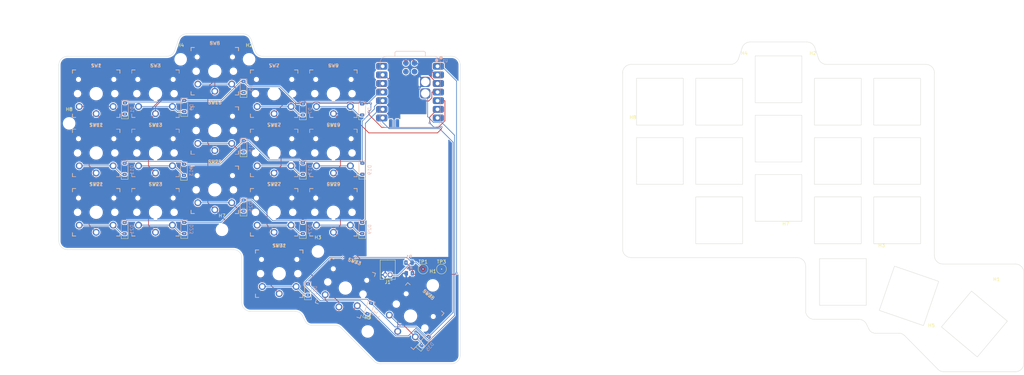
<source format=kicad_pcb>
(kicad_pcb (version 20241229) (generator "pcbnew") (generator_version "9.0")
  (title_block (title "Simply Split") (date "2026-01-12") (rev "1"))
  (layers (0 "F.Cu" signal) (2 "B.Cu" signal) (13 "F.Paste" user) (15 "B.Paste" user) (5 "F.SilkS" user "F.Silkscreen") (7 "B.SilkS" user "B.Silkscreen") (1 "F.Mask" user) (3 "B.Mask" user) (25 "Edge.Cuts" user))
  (net 0 "")
  (net 1 "GND")
  (net 2 "/Left/ROW0")
  (net 3 "Net-(D1-A)")
  (net 4 "Net-(D3-A)")
  (net 5 "Net-(D5-A)")
  (net 6 "Net-(D7-A)")
  (net 7 "Net-(D9-A)")
  (net 8 "/Left/ROW1")
  (net 9 "Net-(D11-A)")
  (net 10 "Net-(D13-A)")
  (net 11 "Net-(D15-A)")
  (net 12 "/Left/ROW2")
  (net 13 "Net-(D17-A)")
  (net 14 "Net-(D19-A)")
  (net 15 "Net-(D21-A)")
  (net 16 "Net-(D23-A)")
  (net 17 "Net-(D27-A)")
  (net 18 "/Left/ROW3")
  (net 19 "Net-(D31-A)")
  (net 20 "Net-(D25-A)")
  (net 21 "Net-(D29-A)")
  (net 22 "Net-(D33-A)")
  (net 23 "Net-(D35-A)")
  (net 24 "/Left/BT_PIN")
  (net 25 "/Left/VBAT")
  (net 26 "/Left/COL0")
  (net 27 "/Left/COL1")
  (net 28 "/Left/COL2")
  (net 29 "/Left/COL3")
  (net 30 "/Left/COL4")
  (footprint "PCM_marbastlib-choc:CHOCv1HOLE" (layer "F.Cu") (at 203.5 63.9)
    (property "Reference" "REF**" (hide yes))
    (property "Value" "CHOCv1HOLE" (hide yes))
    (fp_rect (start -6.9 -6.9) (end 6.9 6.9) (stroke (width 0.1)) (fill no) (layer "Edge.Cuts"))
  )
  (footprint "PCM_marbastlib-choc:CHOCv1HOLE" (layer "F.Cu") (at 257.5 117.1)
    (property "Reference" "REF**" (hide yes))
    (property "Value" "CHOCv1HOLE" (hide yes))
    (fp_rect (start -6.9 -6.9) (end 6.9 6.9) (stroke (width 0.1)) (fill no) (layer "Edge.Cuts"))
  )
  (footprint "PCM_marbastlib-choc:CHOCv1HOLE" (layer "F.Cu") (at 203.5 81.4)
    (property "Reference" "REF**" (hide yes))
    (property "Value" "CHOCv1HOLE" (hide yes))
    (fp_rect (start -6.9 -6.9) (end 6.9 6.9) (stroke (width 0.1)) (fill no) (layer "Edge.Cuts"))
  )
  (footprint "MountingHole:MountingHole_3.2mm_M3" (layer "F.Cu") (at 102.6 108.1)
    (property "Reference" "H3")
    (property "Value" "MountingHole")
  )
  (footprint "PCM_marbastlib-choc:CHOCv1HOLE" (layer "F.Cu") (at 296.3 129.5 -40)
    (property "Reference" "REF**" (hide yes))
    (property "Value" "CHOCv1HOLE" (hide yes))
    (fp_poly (pts (xy -6.9 -6.9) (xy 6.9 -6.9) (xy 6.9 6.9) (xy -6.9 6.9)) (stroke (width 0.1)) (fill no) (layer "Edge.Cuts"))
  )
  (footprint "kicad.mod:SW_PG1350_reversible" (layer "F.Cu") (at 89.6775 61.53125)
    (property "Reference" "SW7")
    (property "Value" "SW_Push")
  )
  (footprint "MountingHole:MountingHole_3.2mm_M3" (layer "F.Cu") (at 228.4225 53.76875)
    (property "Reference" "H4")
    (property "Value" "MountingHole")
  )
  (footprint "kicad.mod:SW_PG1350_reversible" (layer "F.Cu") (at 54.677312 61.530786)
    (property "Reference" "SW3")
    (property "Value" "SW_Push")
  )
  (footprint "PCM_marbastlib-choc:CHOCv1HOLE" (layer "F.Cu") (at 273.5 63.9)
    (property "Reference" "REF**" (hide yes))
    (property "Value" "CHOCv1HOLE" (hide yes))
    (fp_rect (start -6.9 -6.9) (end 6.9 6.9) (stroke (width 0.1)) (fill no) (layer "Edge.Cuts"))
  )
  (footprint "kicad.mod:SW_PG1350_reversible" (layer "F.Cu") (at 89.6775 79.03125)
    (property "Reference" "SW17")
    (property "Value" "SW_Push")
  )
  (footprint "PCM_marbastlib-choc:CHOCv1HOLE" (layer "F.Cu") (at 277 121.2 -19)
    (property "Reference" "REF**" (hide yes))
    (property "Value" "CHOCv1HOLE" (hide yes))
    (fp_poly (pts (xy -6.9 -6.9) (xy 6.9 -6.9) (xy 6.9 6.9) (xy -6.9 6.9)) (stroke (width 0.1)) (fill no) (layer "Edge.Cuts"))
  )
  (footprint "kicad.mod:SW_PG1350_reversible" (layer "F.Cu") (at 54.677311 79.030786)
    (property "Reference" "SW13")
    (property "Value" "SW_Push")
  )
  (footprint "Connector_Molex:Molex_PicoBlade_53048-0210_1x02_P1.25mm_Horizontal" (layer "F.Cu") (at 123.8275 115.18125 180)
    (property "Reference" "J1")
    (property "Value" "Conn_01x02")
  )
  (footprint "kicad.mod:SW_PG1350_reversible" (layer "F.Cu") (at 37.1775 96.531248)
    (property "Reference" "SW21")
    (property "Value" "SW_Push")
  )
  (footprint "MountingHole:MountingHole_3.2mm_M3" (layer "F.Cu") (at 82.3 51.4)
    (property "Reference" "H2")
    (property "Value" "MountingHole")
  )
  (footprint "kicad.mod:SW_PG1350_reversible" (layer "F.Cu") (at 37.1775 61.53125)
    (property "Reference" "SW1")
    (property "Value" "SW_Push")
  )
  (footprint "MountingHole:MountingHole_3.2mm_M3" (layer "F.Cu") (at 268.9225 110.46875)
    (property "Reference" "H3")
    (property "Value" "MountingHole")
  )
  (footprint "MountingHole:MountingHole_3.2mm_M3" (layer "F.Cu") (at 117.3 131.7)
    (property "Reference" "H5")
    (property "Value" "MountingHole")
  )
  (footprint "kicad.mod:SW_PG1350_reversible" (layer "F.Cu") (at 72.1775 54.91125)
    (property "Reference" "SW5")
    (property "Value" "SW_Push")
  )
  (footprint "MountingHole:MountingHole_3.2mm_M3" (layer "F.Cu") (at 136.5 118.1)
    (property "Reference" "H1")
    (property "Value" "MountingHole")
  )
  (footprint "TestPoint:TestPoint_Pad_D2.5mm" (layer "F.Cu") (at 139.0525 113.28125)
    (property "Reference" "TP3")
    (property "Value" "GND")
  )
  (footprint "PCM_marbastlib-choc:CHOCv1HOLE" (layer "F.Cu") (at 238.5 92.3)
    (property "Reference" "REF**" (hide yes))
    (property "Value" "CHOCv1HOLE" (hide yes))
    (fp_rect (start -6.9 -6.9) (end 6.9 6.9) (stroke (width 0.1)) (fill no) (layer "Edge.Cuts"))
  )
  (footprint "MountingHole:MountingHole_3.2mm_M3" (layer "F.Cu") (at 195.5225 72.66875)
    (property "Reference" "H8")
    (property "Value" "MountingHole")
  )
  (footprint "TestPoint:TestPoint_Pad_D2.5mm" (layer "F.Cu") (at 133.6275 113.28125)
    (property "Reference" "TP1")
    (property "Value" "BAT")
  )
  (footprint "PCM_marbastlib-choc:CHOCv1HOLE" (layer "F.Cu") (at 256 63.9)
    (property "Reference" "REF**" (hide yes))
    (property "Value" "CHOCv1HOLE" (hide yes))
    (fp_rect (start -6.9 -6.9) (end 6.9 6.9) (stroke (width 0.1)) (fill no) (layer "Edge.Cuts"))
  )
  (footprint "kicad.mod:SW_PG1350_reversible" (layer "F.Cu") (at 72.1775 72.41125)
    (property "Reference" "SW15")
    (property "Value" "SW_Push")
  )
  (footprint "MountingHole:MountingHole_3.2mm_M3" (layer "F.Cu") (at 62.1 51.4)
    (property "Reference" "H4")
    (property "Value" "MountingHole")
  )
  (footprint "kicad.mod:SW_PG1350_reversible" (layer "F.Cu") (at 54.677312 96.530787)
    (property "Reference" "SW23")
    (property "Value" "SW_Push")
  )
  (footprint "PCM_marbastlib-choc:CHOCv1HOLE" (layer "F.Cu") (at 256 98.9)
    (property "Reference" "REF**" (hide yes))
    (property "Value" "CHOCv1HOLE" (hide yes))
    (fp_rect (start -6.9 -6.9) (end 6.9 6.9) (stroke (width 0.1)) (fill no) (layer "Edge.Cuts"))
  )
  (footprint "MountingHole:MountingHole_3.2mm_M3" (layer "F.Cu") (at 283.6225 134.06875)
    (property "Reference" "H5")
    (property "Value" "MountingHole")
  )
  (footprint "kicad.mod:SW_PG1350_reversible" (layer "F.Cu") (at 107.1775 79.03125)
    (property "Reference" "SW19")
    (property "Value" "SW_Push")
  )
  (footprint "PCM_marbastlib-choc:CHOCv1HOLE" (layer "F.Cu") (at 273.5 98.9)
    (property "Reference" "REF**" (hide yes))
    (property "Value" "CHOCv1HOLE" (hide yes))
    (fp_rect (start -6.9 -6.9) (end 6.9 6.9) (stroke (width 0.1)) (fill no) (layer "Edge.Cuts"))
  )
  (footprint "MountingHole:MountingHole_3.2mm_M3" (layer "F.Cu") (at 74.3 101.7)
    (property "Reference" "H7")
    (property "Value" "MountingHole")
  )
  (footprint "MountingHole:MountingHole_3.2mm_M3" (layer "F.Cu") (at 248.6225 53.76875)
    (property "Reference" "H2")
    (property "Value" "MountingHole")
  )
  (footprint "MountingHole:MountingHole_3.2mm_M3" (layer "F.Cu") (at 302.8225 120.46875)
    (property "Reference" "H1")
    (property "Value" "MountingHole")
  )
  (footprint "PCM_marbastlib-choc:CHOCv1HOLE" (layer "F.Cu") (at 273.5 81.4)
    (property "Reference" "REF**" (hide yes))
    (property "Value" "CHOCv1HOLE" (hide yes))
    (fp_rect (start -6.9 -6.9) (end 6.9 6.9) (stroke (width 0.1)) (fill no) (layer "Edge.Cuts"))
  )
  (footprint "kicad.mod:SW_PG1350_reversible" (layer "F.Cu") (at 72.1775 89.91125)
    (property "Reference" "SW25")
    (property "Value" "SW_Push")
  )
  (footprint "PCM_marbastlib-choc:CHOCv1HOLE" (layer "F.Cu") (at 221 81.4)
    (property "Reference" "REF**" (hide yes))
    (property "Value" "CHOCv1HOLE" (hide yes))
    (fp_rect (start -6.9 -6.9) (end 6.9 6.9) (stroke (width 0.1)) (fill no) (layer "Edge.Cuts"))
  )
  (footprint "kicad.mod:SW_PG1350_reversible" (layer "F.Cu") (at 110.711147 118.884625 -19)
    (property "Reference" "SW33")
    (property "Value" "SW_Push")
  )
  (footprint "kicad.mod:SW_PG1350_reversible" (layer "F.Cu") (at 107.1775 61.53125)
    (property "Reference" "SW9")
    (property "Value" "SW_Push")
  )
  (footprint "MountingHole:MountingHole_3.2mm_M3" (layer "F.Cu") (at 240.6225 104.06875)
    (property "Reference" "H7")
    (property "Value" "MountingHole")
  )
  (footprint "MountingHole:MountingHole_3.2mm_M3" (layer "F.Cu") (at 29.2 70.3)
    (property "Reference" "H8")
    (property "Value" "MountingHole")
  )
  (footprint "PCM_marbastlib-choc:CHOCv1HOLE" (layer "F.Cu") (at 221 63.9)
    (property "Reference" "REF**" (hide yes))
    (property "Value" "CHOCv1HOLE" (hide yes))
    (fp_rect (start -6.9 -6.9) (end 6.9 6.9) (stroke (width 0.1)) (fill no) (layer "Edge.Cuts"))
  )
  (footprint "kicad.mod:SW_PG1350_reversible" (layer "F.Cu") (at 107.1775 96.53125)
    (property "Reference" "SW29")
    (property "Value" "SW_Push")
  )
  (footprint "kicad.mod:SW_PG1350_reversible" (layer "F.Cu") (at 91.1775 114.64425)
    (property "Reference" "SW31")
    (property "Value" "SW_Push")
  )
  (footprint "PCM_marbastlib-choc:CHOCv1HOLE" (layer "F.Cu") (at 221 98.9)
    (property "Reference" "REF**" (hide yes))
    (property "Value" "CHOCv1HOLE" (hide yes))
    (fp_rect (start -6.9 -6.9) (end 6.9 6.9) (stroke (width 0.1)) (fill no) (layer "Edge.Cuts"))
  )
  (footprint "kicad.mod:SW_PG1350_reversible" (layer "F.Cu") (at 129.942004 127.151043 -40)
    (property "Reference" "SW35")
    (property "Value" "SW_Push")
  )
  (footprint "kicad.mod:SW_PG1350_reversible" (layer "F.Cu") (at 89.6775 96.53125)
    (property "Reference" "SW27")
    (property "Value" "SW_Push")
  )
  (footprint "PCM_marbastlib-choc:CHOCv1HOLE" (layer "F.Cu") (at 238.5 74.8)
    (property "Reference" "REF**" (hide yes))
    (property "Value" "CHOCv1HOLE" (hide yes))
    (fp_rect (start -6.9 -6.9) (end 6.9 6.9) (stroke (width 0.1)) (fill no) (layer "Edge.Cuts"))
  )
  (footprint "PCM_marbastlib-choc:CHOCv1HOLE" (layer "F.Cu") (at 238.5 57.3)
    (property "Reference" "REF**" (hide yes))
    (property "Value" "CHOCv1HOLE" (hide yes))
    (fp_rect (start -6.9 -6.9) (end 6.9 6.9) (stroke (width 0.1)) (fill no) (layer "Edge.Cuts"))
  )
  (footprint "PCM_marbastlib-choc:CHOCv1HOLE" (layer "F.Cu") (at 256 81.4)
    (property "Reference" "REF**" (hide yes))
    (property "Value" "CHOCv1HOLE" (hide yes))
    (fp_rect (start -6.9 -6.9) (end 6.9 6.9) (stroke (width 0.1)) (fill no) (layer "Edge.Cuts"))
  )
  (footprint "kicad.mod:SW_PG1350_reversible" (layer "F.Cu") (at 37.1775 79.031248)
    (property "Reference" "SW11")
    (property "Value" "SW_Push")
  )
  (footprint "Diode_SMD:diode123reverse" (layer "B.Cu") (at 48.221688 84.068714 -90)
    (property "Reference" "D11")
    (property "Value" "D")
  )
  (footprint "Diode_SMD:diode123reverse" (layer "B.Cu") (at 83.309 77.41325 -90)
    (property "Reference" "D15")
    (property "Value" "D")
  )
  (footprint "Diode_SMD:diode123reverse" (layer "B.Cu") (at 100.809 84.03325 -90)
    (property "Reference" "D17")
    (property "Value" "D")
  )
  (footprint "kicad.mod:modified-XIAO-nRF52840-SMD (1)" (layer "B.Cu") (at 129.775 61.0685 180)
    (property "Reference" "U1")
    (property "Value" "XIAO-nRF52840-SMD")
  )
  (footprint "Diode_SMD:diode123reverse" (layer "B.Cu") (at 65.808812 101.532787 -90)
    (property "Reference" "D23")
    (property "Value" "D")
  )
  (footprint "Diode_SMD:diode123reverse" (layer "B.Cu") (at 48.308999 66.248248 -90)
    (property "Reference" "D1")
    (property "Value" "D")
  )
  (footprint "Diode_SMD:diode123reverse" (layer "B.Cu") (at 136.025477 136.535007 -130)
    (property "Reference" "D35")
    (property "Value" "D")
  )
  (footprint "Diode_SMD:diode123reverse" (layer "B.Cu") (at 102.309 119.64625 -90)
    (property "Reference" "D31")
    (property "Value" "D")
  )
  (footprint "Diode_SMD:diode123reverse" (layer "B.Cu") (at 65.808811 65.532787 -90)
    (property "Reference" "D3")
    (property "Value" "D")
  )
  (footprint "Diode_SMD:diode123reverse" (layer "B.Cu") (at 118.365 84.03125 -90)
    (property "Reference" "D19")
    (property "Value" "D")
  )
  (footprint "Diode_SMD:diode123reverse" (layer "B.Cu") (at 118.309 101.53325 -90)
    (property "Reference" "D29")
    (property "Value" "D")
  )
  (footprint "Diode_SMD:diode123reverse" (layer "B.Cu") (at 83.309 94.91325 -90)
    (property "Reference" "D25")
    (property "Value" "D")
  )
  (footprint "Diode_SMD:diode123reverse" (layer "B.Cu") (at 120.151003 126.094006 -109)
    (property "Reference" "D33")
    (property "Value" "D")
  )
  (footprint "Diode_SMD:diode123reverse" (layer "B.Cu") (at 83.309 59.91325 -90)
    (property "Reference" "D5")
    (property "Value" "D")
  )
  (footprint "Diode_SMD:diode123reverse" (layer "B.Cu") (at 65.7215 84.35325 -90)
    (property "Reference" "D13")
    (property "Value" "D")
  )
  (footprint "Diode_SMD:diode123reverse" (layer "B.Cu") (at 100.809 66.53325 -90)
    (property "Reference" "D7")
    (property "Value" "D")
  )
  (footprint "Resistor_SMD:R_0805_2012Metric" (layer "B.Cu") (at 129.5825 114.53725 180)
    (property "Reference" "R3")
    (property "Value" "R")
  )
  (footprint "Resistor_SMD:R_0805_2012Metric" (layer "B.Cu") (at 129.4775 111.38125 180)
    (property "Reference" "R1")
    (property "Value" "R")
  )
  (footprint "Diode_SMD:diode123reverse" (layer "B.Cu") (at 48.221687 101.568712 -90)
    (property "Reference" "D21")
    (property "Value" "D")
  )
  (footprint "Diode_SMD:diode123reverse" (layer "B.Cu") (at 118.309 66.53325 -90)
    (property "Reference" "D9")
    (property "Value" "D")
  )
  (footprint "Diode_SMD:diode123reverse" (layer "B.Cu") (at 100.809 101.53325 -90)
    (property "Reference" "D27")
    (property "Value" "D")
  )
  (gr_line (start 284.5 109.3) (end 284.5 55.400138) (stroke (width 0.1)) (layer "Edge.Cuts"))
  (gr_arc (start 26.1775 53.031049) (mid 26.909733 51.263282) (end 28.6775 50.531049) (stroke (width 0.1)) (layer "Edge.Cuts"))
  (gr_arc (start 262.196617 128.11475) (mid 263.51983 128.493642) (end 264.44196 129.515463) (stroke (width 0.1)) (layer "Edge.Cuts"))
  (gr_line (start 61.440787 45.620376) (end 60.373607 48.821673) (stroke (width 0.1)) (layer "Edge.Cuts"))
  (gr_line (start 63.812477 43.911) (end 80.541973 43.911) (stroke (width 0.1)) (layer "Edge.Cuts"))
  (gr_arc (start 142.0715 50.531388) (mid 143.839267 51.263621) (end 144.5715 53.031388) (stroke (width 0.1)) (layer "Edge.Cuts"))
  (gr_arc (start 287.298188 143.585733) (mid 286.334547 143.392546) (end 285.519833 142.842848) (stroke (width 0.1)) (layer "Edge.Cuts"))
  (gr_arc (start 287 111.8) (mid 285.232233 111.067767) (end 284.5 109.3) (stroke (width 0.1)) (layer "Edge.Cuts"))
  (gr_line (start 250.303457 51.190762) (end 249.236164 47.989126) (stroke (width 0.1)) (layer "Edge.Cuts"))
  (gr_line (start 262.196617 128.11475) (end 249.000351 128.11475) (stroke (width 0.1)) (layer "Edge.Cuts"))
  (gr_arc (start 282 52.900138) (mid 283.767754 53.632373) (end 284.5 55.400138) (stroke (width 0.1)) (layer "Edge.Cuts"))
  (gr_arc (start 144.5715 138.716983) (mid 143.839267 140.48475) (end 142.0715 141.216983) (stroke (width 0.1)) (layer "Edge.Cuts"))
  (gr_arc (start 246.864473 46.27975) (mid 248.326248 46.751613) (end 249.236164 47.989126) (stroke (width 0.1)) (layer "Edge.Cuts"))
  (gr_arc (start 308.394 111.8) (mid 310.161767 112.532233) (end 310.894 114.3) (stroke (width 0.1)) (layer "Edge.Cuts"))
  (gr_line (start 227.763287 47.989126) (end 226.696107 51.190423) (stroke (width 0.1)) (layer "Edge.Cuts"))
  (gr_line (start 310.894 114.3) (end 310.894 141.085733) (stroke (width 0.1)) (layer "Edge.Cuts"))
  (gr_arc (start 60.373607 48.821673) (mid 59.463669 50.059172) (end 58.001916 50.531049) (stroke (width 0.1)) (layer "Edge.Cuts"))
  (gr_line (start 192.5 107.399767) (end 192.5 55.399799) (stroke (width 0.1)) (layer "Edge.Cuts"))
  (gr_line (start 26.1775 105.031017) (end 26.1775 53.031049) (stroke (width 0.1)) (layer "Edge.Cuts"))
  (gr_line (start 244.000351 109.899767) (end 195 109.899767) (stroke (width 0.1)) (layer "Edge.Cuts"))
  (gr_line (start 77.677851 107.531017) (end 28.6775 107.531017) (stroke (width 0.1)) (layer "Edge.Cuts"))
  (gr_line (start 265.207576 131.079268) (end 264.44196 129.515463) (stroke (width 0.1)) (layer "Edge.Cuts"))
  (gr_arc (start 28.6775 107.531017) (mid 26.909734 106.798784) (end 26.1775 105.031017) (stroke (width 0.1)) (layer "Edge.Cuts"))
  (gr_arc (start 82.677851 125.746) (mid 80.910084 125.013767) (end 80.177851 123.246) (stroke (width 0.1)) (layer "Edge.Cuts"))
  (gr_line (start 120.975688 141.216983) (end 142.0715 141.216983) (stroke (width 0.1)) (layer "Edge.Cuts"))
  (gr_arc (start 195 109.899767) (mid 193.232245 109.167532) (end 192.5 107.399767) (stroke (width 0.1)) (layer "Edge.Cuts"))
  (gr_line (start 285.519833 142.842848) (end 275.737956 132.942724) (stroke (width 0.1)) (layer "Edge.Cuts"))
  (gr_arc (start 252.675147 52.900138) (mid 251.213365 52.428282) (end 250.303457 51.190762) (stroke (width 0.1)) (layer "Edge.Cuts"))
  (gr_arc (start 61.440787 45.620376) (mid 62.350723 44.382869) (end 63.812477 43.911) (stroke (width 0.1)) (layer "Edge.Cuts"))
  (gr_line (start 58.001916 50.531049) (end 28.6775 50.531049) (stroke (width 0.1)) (layer "Edge.Cuts"))
  (gr_arc (start 107.637101 129.831089) (mid 108.600743 130.024274) (end 109.415456 130.573974) (stroke (width 0.1)) (layer "Edge.Cuts"))
  (gr_arc (start 120.975688 141.216983) (mid 120.012049 141.023793) (end 119.197333 140.474098) (stroke (width 0.1)) (layer "Edge.Cuts"))
  (gr_arc (start 249.000351 128.11475) (mid 247.232633 127.382497) (end 246.500351 125.61475) (stroke (width 0.1)) (layer "Edge.Cuts"))
  (gr_line (start 246.500351 112.399767) (end 246.500351 125.61475) (stroke (width 0.1)) (layer "Edge.Cuts"))
  (gr_arc (start 227.763287 47.989126) (mid 228.673213 46.751596) (end 230.134977 46.27975) (stroke (width 0.1)) (layer "Edge.Cuts"))
  (gr_line (start 308.394 111.8) (end 287 111.8) (stroke (width 0.1)) (layer "Edge.Cuts"))
  (gr_arc (start 273.959601 132.199839) (mid 274.923241 132.393027) (end 275.737956 132.942724) (stroke (width 0.1)) (layer "Edge.Cuts"))
  (gr_line (start 86.352647 50.531388) (end 142.0715 50.531388) (stroke (width 0.1)) (layer "Edge.Cuts"))
  (gr_line (start 95.874117 125.746) (end 82.677851 125.746) (stroke (width 0.1)) (layer "Edge.Cuts"))
  (gr_line (start 252.675147 52.900138) (end 282 52.900138) (stroke (width 0.1)) (layer "Edge.Cuts"))
  (gr_line (start 100.681351 129.831089) (end 107.637101 129.831089) (stroke (width 0.1)) (layer "Edge.Cuts"))
  (gr_line (start 119.197333 140.474098) (end 109.415456 130.573974) (stroke (width 0.1)) (layer "Edge.Cuts"))
  (gr_line (start 230.134977 46.27975) (end 246.864473 46.27975) (stroke (width 0.1)) (layer "Edge.Cuts"))
  (gr_arc (start 100.681351 129.831089) (mid 99.622801 129.527957) (end 98.885076 128.710518) (stroke (width 0.1)) (layer "Edge.Cuts"))
  (gr_arc (start 267.003851 132.199839) (mid 265.945279 131.89672) (end 265.207576 131.079268) (stroke (width 0.1)) (layer "Edge.Cuts"))
  (gr_arc (start 244.000351 109.899767) (mid 245.768126 110.631987) (end 246.500351 112.399767) (stroke (width 0.1)) (layer "Edge.Cuts"))
  (gr_arc (start 310.894 141.085733) (mid 310.161755 142.853479) (end 308.394 143.585733) (stroke (width 0.1)) (layer "Edge.Cuts"))
  (gr_line (start 287.298188 143.585733) (end 308.394 143.585733) (stroke (width 0.1)) (layer "Edge.Cuts"))
  (gr_arc (start 77.677851 107.531017) (mid 79.445644 108.263234) (end 80.177851 110.031017) (stroke (width 0.1)) (layer "Edge.Cuts"))
  (gr_line (start 267.003851 132.199839) (end 273.959601 132.199839) (stroke (width 0.1)) (layer "Edge.Cuts"))
  (gr_line (start 144.5715 53.031388) (end 144.5715 138.716983) (stroke (width 0.1)) (layer "Edge.Cuts"))
  (gr_arc (start 86.352647 50.531388) (mid 84.890895 50.05951) (end 83.980957 48.822012) (stroke (width 0.1)) (layer "Edge.Cuts"))
  (gr_line (start 98.885076 128.710518) (end 98.11946 127.146713) (stroke (width 0.1)) (layer "Edge.Cuts"))
  (gr_arc (start 226.696107 51.190423) (mid 225.786171 52.427929) (end 224.324416 52.899799) (stroke (width 0.1)) (layer "Edge.Cuts"))
  (gr_line (start 80.177851 110.031017) (end 80.177851 123.246) (stroke (width 0.1)) (layer "Edge.Cuts"))
  (gr_arc (start 95.874117 125.746) (mid 97.197329 126.12489) (end 98.11946 127.146713) (stroke (width 0.1)) (layer "Edge.Cuts"))
  (gr_arc (start 192.5 55.399799) (mid 193.232233 53.632033) (end 195 52.899799) (stroke (width 0.1)) (layer "Edge.Cuts"))
  (gr_arc (start 80.541973 43.911) (mid 82.003725 44.382878) (end 82.913664 45.620376) (stroke (width 0.1)) (layer "Edge.Cuts"))
  (gr_line (start 83.980957 48.822012) (end 82.913664 45.620376) (stroke (width 0.1)) (layer "Edge.Cuts"))
  (gr_line (start 224.324416 52.899799) (end 195 52.899799) (stroke (width 0.1)) (layer "Edge.Cuts"))
  (segment (start 139.08125 113.28125) (end 139.1 113.3) (width 0.2) (layer "F.Cu") (net 1))
  (segment (start 121.72 55.9885) (end 122.1885 55.9885) (width 0.2) (layer "F.Cu") (net 1))
  (segment (start 122.1885 55.9885) (end 123.6 57.4) (width 0.2) (layer "F.Cu") (net 1))
  (segment (start 134.275 58.125) (end 132.5 59.9) (width 0.2) (layer "F.Cu") (net 1))
  (segment (start 139.0525 113.28125) (end 139.08125 113.28125) (width 0.2) (layer "F.Cu") (net 1))
  (segment (start 134.275 58.0685) (end 134.275 58.125) (width 0.2) (layer "F.Cu") (net 1))
  (via (at 139.1 113.3) (size 0.6) (drill 0.3) (layers "F.Cu" "B.Cu") (net 1))
  (via (at 123.6 57.4) (size 0.6) (drill 0.3) (layers "F.Cu" "B.Cu") (net 1))
  (via (at 132.5 59.9) (size 0.6) (drill 0.3) (layers "F.Cu" "B.Cu") (net 1))
  (segment (start 139.1 113.3) (end 138.9 113.5) (width 0.2) (layer "B.Cu") (net 1))
  (segment (start 132.5 59.9) (end 132.1 59.5) (width 0.2) (layer "B.Cu") (net 1))
  (segment (start 123.9 57.7) (end 124.2 57.7) (width 0.2) (layer "B.Cu") (net 1))
  (segment (start 123.6 57.4) (end 123.9 57.7) (width 0.2) (layer "B.Cu") (net 1))
  (segment (start 132.1 59.5) (end 131.9 59.5) (width 0.2) (layer "B.Cu") (net 1))
  (via (at 80.659 57.91325) (size 0.6) (drill 0.3) (layers "F.Cu" "B.Cu") (net 2))
  (via (at 45.658999 64.248248) (size 0.6) (drill 0.3) (layers "F.Cu" "B.Cu") (net 2))
  (via (at 63.158811 63.532787) (size 0.6) (drill 0.3) (layers "F.Cu" "B.Cu") (net 2))
  (via (at 115.659 64.53325) (size 0.6) (drill 0.3) (layers "F.Cu" "B.Cu") (net 2))
  (via (at 98.159 64.53325) (size 0.6) (drill 0.3) (layers "F.Cu" "B.Cu") (net 2))
  (segment (start 74.218483 63.532787) (end 79.83802 57.91325) (width 0.2) (layer "B.Cu") (net 2))
  (segment (start 80.659 57.91325) (end 82.2115 59.46575) (width 0.2) (layer "B.Cu") (net 2))
  (segment (start 98.159 64.53325) (end 98.678 64.01425) (width 0.2) (layer "B.Cu") (net 2))
  (segment (start 115.659 64.53325) (end 117.26675 64.53325) (width 0.2) (layer "B.Cu") (net 2))
  (segment (start 45.893461 64.013786) (end 62.677812 64.013786) (width 0.2) (layer "B.Cu") (net 2))
  (segment (start 120.7315 61.0685) (end 121.72 61.0685) (width 0.2) (layer "B.Cu") (net 2))
  (segment (start 96.479757 64.53325) (end 98.159 64.53325) (width 0.2) (layer "B.Cu") (net 2))
  (segment (start 62.677812 64.013786) (end 63.158811 63.532787) (width 0.2) (layer "B.Cu") (net 2))
  (segment (start 45.658999 64.248248) (end 45.893461 64.013786) (width 0.2) (layer "B.Cu") (net 2))
  (segment (start 82.2115 59.46575) (end 91.412257 59.46575) (width 0.2) (layer "B.Cu") (net 2))
  (segment (start 79.83802 57.91325) (end 80.659 57.91325) (width 0.2) (layer "B.Cu") (net 2))
  (segment (start 117.26675 64.53325) (end 120.7315 61.0685) (width 0.2) (layer "B.Cu") (net 2))
  (segment (start 63.158811 63.532787) (end 74.218483 63.532787) (width 0.2) (layer "B.Cu") (net 2))
  (segment (start 115.14 64.01425) (end 115.659 64.53325) (width 0.2) (layer "B.Cu") (net 2))
  (segment (start 98.678 64.01425) (end 115.14 64.01425) (width 0.2) (layer "B.Cu") (net 2))
  (segment (start 91.412257 59.46575) (end 96.479757 64.53325) (width 0.2) (layer "B.Cu") (net 2))
  (segment (start 44.394498 67.548248) (end 42.1775 65.33125) (width 0.2) (layer "F.Cu") (net 3))
  (segment (start 32.1775 65.33125) (end 42.1775 65.33125) (width 0.2) (layer "F.Cu") (net 3))
  (segment (start 45.658999 67.548248) (end 44.394498 67.548248) (width 0.2) (layer "F.Cu") (net 3))
  (via (at 45.658999 67.548248) (size 0.6) (drill 0.3) (layers "F.Cu" "B.Cu") (net 3))
  (via (at 63.158811 66.832787) (size 0.6) (drill 0.3) (layers "F.Cu" "B.Cu") (net 4))
  (segment (start 61.179313 66.832787) (end 63.158811 66.832787) (width 0.2) (layer "B.Cu") (net 4))
  (segment (start 59.677312 65.330786) (end 61.179313 66.832787) (width 0.2) (layer "B.Cu") (net 4))
  (segment (start 49.677312 65.330786) (end 59.677312 65.330786) (width 0.2) (layer "B.Cu") (net 4))
  (segment (start 79.6795 61.21325) (end 80.659 61.21325) (width 0.2) (layer "F.Cu") (net 5))
  (segment (start 77.1775 58.71125) (end 79.6795 61.21325) (width 0.2) (layer "F.Cu") (net 5))
  (via (at 80.659 61.21325) (size 0.6) (drill 0.3) (layers "F.Cu" "B.Cu") (net 5))
  (segment (start 67.1775 58.71125) (end 77.1775 58.71125) (width 0.2) (layer "B.Cu") (net 5))
  (via (at 98.159 67.83325) (size 0.6) (drill 0.3) (layers "F.Cu" "B.Cu") (net 6))
  (segment (start 94.6775 65.33125) (end 97.1795 67.83325) (width 0.2) (layer "B.Cu") (net 6))
  (segment (start 84.6775 65.33125) (end 94.6775 65.33125) (width 0.2) (layer "B.Cu") (net 6))
  (segment (start 97.1795 67.83325) (end 98.159 67.83325) (width 0.2) (layer "B.Cu") (net 6))
  (via (at 115.659 67.83325) (size 0.6) (drill 0.3) (layers "F.Cu" "B.Cu") (net 7))
  (segment (start 114.6795 67.83325) (end 115.659 67.83325) (width 0.2) (layer "B.Cu") (net 7))
  (segment (start 112.1775 65.33125) (end 114.6795 67.83325) (width 0.2) (layer "B.Cu") (net 7))
  (segment (start 102.1775 65.33125) (end 112.1775 65.33125) (width 0.2) (layer "B.Cu") (net 7))
  (via (at 80.8 75.41325) (size 0.6) (drill 0.3) (layers "F.Cu" "B.Cu") (net 8))
  (via (at 63.2 82.35325) (size 0.6) (drill 0.3) (layers "F.Cu" "B.Cu") (net 8))
  (via (at 98.159 82.03325) (size 0.6) (drill 0.3) (layers "F.Cu" "B.Cu") (net 8))
  (via (at 45.571688 82.068714) (size 0.6) (drill 0.3) (layers "F.Cu" "B.Cu") (net 8))
  (via (at 97.59225 81.9665) (size 0.6) (drill 0.3) (layers "F.Cu" "B.Cu") (net 8))
  (via (at 115.715 82.03125) (size 0.6) (drill 0.3) (layers "F.Cu" "B.Cu") (net 8))
  (segment (start 121.72 63.6085) (end 120.9915 63.6085) (width 0.2) (layer "B.Cu") (net 8))
  (segment (start 63.0715 82.35325) (end 62.232036 81.513786) (width 0.2) (layer "B.Cu") (net 8))
  (segment (start 119.26425 66.06425) (end 115.715 69.6135) (width 0.2) (layer "B.Cu") (net 8))
  (segment (start 73.719 82.35325) (end 63.2 82.35325) (width 0.2) (layer "B.Cu") (net 8))
  (segment (start 80.659 75.41325) (end 73.719 82.35325) (width 0.2) (layer "B.Cu") (net 8))
  (segment (start 98.159 82.03325) (end 97.2225 81.09675) (width 0.2) (layer "B.Cu") (net 8))
  (segment (start 46.126616 81.513786) (end 45.571688 82.068714) (width 0.2) (layer "B.Cu") (net 8))
  (segment (start 63.2 82.35325) (end 63.0715 82.35325) (width 0.2) (layer "B.Cu") (net 8))
  (segment (start 98.678 81.51425) (end 98.159 82.03325) (width 0.2) (layer "B.Cu") (net 8))
  (segment (start 62.232036 81.513786) (end 46.126616 81.513786) (width 0.2) (layer "B.Cu") (net 8))
  (segment (start 119.26425 65.33575) (end 119.26425 66.06425) (width 0.2) (layer "B.Cu") (net 8))
  (segment (start 80.8 75.41325) (end 80.659 75.41325) (width 0.2) (layer "B.Cu") (net 8))
  (segment (start 120.9915 63.6085) (end 119.26425 65.33575) (width 0.2) (layer "B.Cu") (net 8))
  (segment (start 82.259243 75.41325) (end 80.8 75.41325) (width 0.2) (layer "B.Cu") (net 8))
  (segment (start 97.2225 81.09675) (end 87.942743 81.09675) (width 0.2) (layer "B.Cu") (net 8))
  (segment (start 115.715 69.6135) (end 115.715 82.03125) (width 0.2) (layer "B.Cu") (net 8))
  (segment (start 87.942743 81.09675) (end 82.259243 75.41325) (width 0.2) (layer "B.Cu") (net 8))
  (segment (start 115.715 82.03125) (end 115.198 81.51425) (width 0.2) (layer "B.Cu") (net 8))
  (segment (start 115.198 81.51425) (end 98.678 81.51425) (width 0.2) (layer "B.Cu") (net 8))
  (via (at 45.571688 85.368714) (size 0.6) (drill 0.3) (layers "F.Cu" "B.Cu") (net 9))
  (segment (start 32.1775 82.831248) (end 42.1775 82.831248) (width 0.2) (layer "B.Cu") (net 9))
  (segment (start 42.1775 82.831248) (end 44.714966 85.368714) (width 0.2) (layer "B.Cu") (net 9))
  (segment (start 44.714966 85.368714) (end 45.571688 85.368714) (width 0.2) (layer "B.Cu") (net 9))
  (via (at 63.0715 85.65325) (size 0.6) (drill 0.3) (layers "F.Cu" "B.Cu") (net 10))
  (segment (start 60.249036 82.830786) (end 63.0715 85.65325) (width 0.2) (layer "B.Cu") (net 10))
  (segment (start 59.677311 82.830786) (end 60.249036 82.830786) (width 0.2) (layer "B.Cu") (net 10))
  (segment (start 49.677311 82.830786) (end 59.677311 82.830786) (width 0.2) (layer "B.Cu") (net 10))
  (segment (start 77.1775 76.21125) (end 79.6795 78.71325) (width 0.2) (layer "F.Cu") (net 11))
  (segment (start 79.6795 78.71325) (end 80.659 78.71325) (width 0.2) (layer "F.Cu") (net 11))
  (via (at 80.659 78.71325) (size 0.6) (drill 0.3) (layers "F.Cu" "B.Cu") (net 11))
  (segment (start 67.1775 76.21125) (end 77.1775 76.21125) (width 0.2) (layer "B.Cu") (net 11))
  (via (at 45.571687 99.568712) (size 0.6) (drill 0.3) (layers "F.Cu" "B.Cu") (net 12))
  (via (at 63.158812 99.532787) (size 0.6) (drill 0.3) (layers "F.Cu" "B.Cu") (net 12))
  (via (at 98.159 99.53325) (size 0.6) (drill 0.3) (layers "F.Cu" "B.Cu") (net 12))
  (via (at 80.659 92.91325) (size 0.6) (drill 0.3) (layers "F.Cu" "B.Cu") (net 12))
  (via (at 115.696125 99.496125) (size 0.6) (drill 0.3) (layers "F.Cu" "B.Cu") (net 12))
  (segment (start 97.64 99.01425) (end 98.159 99.53325) (width 0.2) (layer "B.Cu") (net 12))
  (segment (start 115.696125 99.496125) (end 116.616 98.57625) (width 0.2) (layer "B.Cu") (net 12))
  (segment (start 115.14 99.01425) (end 115.659 99.53325) (width 0.2) (layer "B.Cu") (net 12))
  (segment (start 83.138442 92.91325) (end 89.239442 99.01425) (width 0.2) (layer "B.Cu") (net 12))
  (segment (start 116.616 70.284) (end 120.7515 66.1485) (width 0.2) (layer "B.Cu") (net 12))
  (segment (start 98.678 99.01425) (end 115.14 99.01425) (width 0.2) (layer "B.Cu") (net 12))
  (segment (start 46.126612 99.013787) (end 62.639812 99.013787) (width 0.2) (layer "B.Cu") (net 12))
  (segment (start 116.616 98.57625) (end 116.616 70.284) (width 0.2) (layer "B.Cu") (net 12))
  (segment (start 62.639812 99.013787) (end 63.158812 99.532787) (width 0.2) (layer "B.Cu") (net 12))
  (segment (start 120.7515 66.1485) (end 121.72 66.1485) (width 0.2) (layer "B.Cu") (net 12))
  (segment (start 63.158812 99.532787) (end 74.039463 99.532787) (width 0.2) (layer "B.Cu") (net 12))
  (segment (start 89.239442 99.01425) (end 97.64 99.01425) (width 0.2) (layer "B.Cu") (net 12))
  (segment (start 80.659 92.91325) (end 83.138442 92.91325) (width 0.2) (layer "B.Cu") (net 12))
  (segment (start 74.039463 99.532787) (end 80.659 92.91325) (width 0.2) (layer "B.Cu") (net 12))
  (segment (start 115.659 99.53325) (end 115.696125 99.496125) (width 0.2) (layer "B.Cu") (net 12))
  (segment (start 98.159 99.53325) (end 98.678 99.01425) (width 0.2) (layer "B.Cu") (net 12))
  (segment (start 45.571687 99.568712) (end 46.126612 99.013787) (width 0.2) (layer "B.Cu") (net 12))
  (via (at 98.159 85.33325) (size 0.6) (drill 0.3) (layers "F.Cu" "B.Cu") (net 13))
  (segment (start 84.6775 82.83125) (end 94.6775 82.83125) (width 0.2) (layer "B.Cu") (net 13))
  (segment (start 94.6775 82.83125) (end 97.1795 85.33325) (width 0.2) (layer "B.Cu") (net 13))
  (segment (start 97.1795 85.33325) (end 98.159 85.33325) (width 0.2) (layer "B.Cu") (net 13))
  (via (at 115.715 85.33125) (size 0.6) (drill 0.3) (layers "F.Cu" "B.Cu") (net 14))
  (segment (start 112.1775 82.83125) (end 114.6775 85.33125) (width 0.2) (layer "B.Cu") (net 14))
  (segment (start 102.1775 82.83125) (end 112.1775 82.83125) (width 0.2) (layer "B.Cu") (net 14))
  (segment (start 114.6775 85.33125) (end 115.715 85.33125) (width 0.2) (layer "B.Cu") (net 14))
  (via (at 45.468712 102.868712) (size 0.6) (drill 0.3) (layers "F.Cu" "B.Cu") (net 15))
  (segment (start 32.1775 100.331248) (end 42.1775 100.331248) (width 0.2) (layer "B.Cu") (net 15))
  (segment (start 45.468712 102.868712) (end 44.714964 102.868712) (width 0.2) (layer "B.Cu") (net 15))
  (segment (start 44.714964 102.868712) (end 42.1775 100.331248) (width 0.2) (layer "B.Cu") (net 15))
  (segment (start 45.571687 102.868712) (end 45.468712 102.868712) (width 0.2) (layer "B.Cu") (net 15))
  (via (at 63.158812 102.832787) (size 0.6) (drill 0.3) (layers "F.Cu" "B.Cu") (net 16))
  (segment (start 59.677312 100.330787) (end 62.179312 102.832787) (width 0.2) (layer "B.Cu") (net 16))
  (segment (start 49.677312 100.330787) (end 59.677312 100.330787) (width 0.2) (layer "B.Cu") (net 16))
  (segment (start 62.179312 102.832787) (end 63.158812 102.832787) (width 0.2) (layer "B.Cu") (net 16))
  (via (at 98.159 102.83325) (size 0.6) (drill 0.3) (layers "F.Cu" "B.Cu") (net 17))
  (segment (start 94.6775 100.33125) (end 97.1795 102.83325) (width 0.2) (layer "B.Cu") (net 17))
  (segment (start 97.1795 102.83325) (end 98.159 102.83325) (width 0.2) (layer "B.Cu") (net 17))
  (segment (start 84.6775 100.33125) (end 94.6775 100.33125) (width 0.2) (layer "B.Cu") (net 17))
  (via (at 135.281034 133.299531) (size 0.6) (drill 0.3) (layers "F.Cu" "B.Cu") (net 18))
  (via (at 118.296515 123.340213) (size 0.6) (drill 0.3) (layers "F.Cu" "B.Cu") (net 18))
  (via (at 99.659 117.64625) (size 0.6) (drill 0.3) (layers "F.Cu" "B.Cu") (net 18))
  (segment (start 99.659 117.64625) (end 104.21275 122.2) (width 0.2) (layer "B.Cu") (net 18))
  (segment (start 118.296515 123.340213) (end 125.310007 130.353705) (width 0.2) (layer "B.Cu") (net 18))
  (segment (start 125.310007 130.353705) (end 131.688971 130.353705) (width 0.2) (layer "B.Cu") (net 18))
  (segment (start 131.688971 130.353705) (end 134.634797 133.299531) (width 0.2) (layer "B.Cu") (net 18))
  (segment (start 134.634797 133.299531) (end 135.281034 133.299531) (width 0.2) (layer "B.Cu") (net 18))
  (segment (start 142.5 126.080565) (end 142.5 75.868914) (width 0.2) (layer "B.Cu") (net 18))
  (segment (start 135.281034 133.299531) (end 142.5 126.080565) (width 0.2) (layer "B.Cu") (net 18))
  (segment (start 104.21275 122.2) (end 117.156302 122.2) (width 0.2) (layer "B.Cu") (net 18))
  (segment (start 142.5 75.868914) (end 138.487486 71.8564) (width 0.2) (layer "B.Cu") (net 18))
  (segment (start 121.72 69.982606) (end 121.72 68.6885) (width 0.2) (layer "B.Cu") (net 18))
  (segment (start 138.487486 71.8564) (end 123.593794 71.8564) (width 0.2) (layer "B.Cu") (net 18))
  (segment (start 123.593794 71.8564) (end 121.72 69.982606) (width 0.2) (layer "B.Cu") (net 18))
  (segment (start 117.156302 122.2) (end 118.296515 123.340213) (width 0.2) (layer "B.Cu") (net 18))
  (via (at 99.6 120.94625) (size 0.6) (drill 0.3) (layers "F.Cu" "B.Cu") (net 19))
  (segment (start 98.6795 120.94625) (end 96.1775 118.44425) (width 0.2) (layer "B.Cu") (net 19))
  (segment (start 96.1775 118.44425) (end 86.1775 118.44425) (width 0.2) (layer "B.Cu") (net 19))
  (segment (start 99.6 120.94625) (end 98.6795 120.94625) (width 0.2) (layer "B.Cu") (net 19))
  (segment (start 99.659 120.94625) (end 99.6 120.94625) (width 0.2) (layer "B.Cu") (net 19))
  (segment (start 79.6795 96.21325) (end 80.659 96.21325) (width 0.2) (layer "F.Cu") (net 20))
  (segment (start 77.1775 93.71125) (end 79.6795 96.21325) (width 0.2) (layer "F.Cu") (net 20))
  (via (at 80.659 96.21325) (size 0.6) (drill 0.3) (layers "F.Cu" "B.Cu") (net 20))
  (segment (start 67.1775 93.71125) (end 77.1775 93.71125) (width 0.2) (layer "B.Cu") (net 20))
  (via (at 115.659 102.83325) (size 0.6) (drill 0.3) (layers "F.Cu" "B.Cu") (net 21))
  (segment (start 102.1775 100.33125) (end 112.1775 100.33125) (width 0.2) (layer "B.Cu") (net 21))
  (segment (start 112.1775 100.33125) (end 112.23125 100.33125) (width 0.2) (layer "B.Cu") (net 21))
  (segment (start 112.23125 100.33125) (end 114.73325 102.83325) (width 0.2) (layer "B.Cu") (net 21))
  (segment (start 114.73325 102.83325) (end 115.659 102.83325) (width 0.2) (layer "B.Cu") (net 21))
  (segment (start 104.746395 122.281805) (end 104.746395 120.849755) (width 0.2) (layer "F.Cu") (net 22))
  (segment (start 112.526832 125.780185) (end 108.244775 125.780185) (width 0.2) (layer "F.Cu") (net 22))
  (segment (start 114.201581 124.105436) (end 112.526832 125.780185) (width 0.2) (layer "F.Cu") (net 22))
  (segment (start 108.244775 125.780185) (end 104.746395 122.281805) (width 0.2) (layer "F.Cu") (net 22))
  (via (at 117.22214 126.460425) (size 0.6) (drill 0.3) (layers "F.Cu" "B.Cu") (net 22))
  (segment (start 116.55657 126.460425) (end 114.201581 124.105436) (width 0.2) (layer "B.Cu") (net 22))
  (segment (start 117.22214 126.460425) (end 116.55657 126.460425) (width 0.2) (layer "B.Cu") (net 22))
  (segment (start 127.807388 129.753705) (end 131.329633 133.27595) (width 0.2) (layer "F.Cu") (net 23))
  (segment (start 126.8 129.753705) (end 127.807388 129.753705) (width 0.2) (layer "F.Cu") (net 23))
  (via (at 133.159835 135.6) (size 0.6) (drill 0.3) (layers "F.Cu" "B.Cu") (net 23))
  (via (at 126.8 129.753705) (size 0.6) (drill 0.3) (layers "F.Cu" "B.Cu") (net 23))
  (segment (start 131.329633 133.27595) (end 133.159835 135.106152) (width 0.2) (layer "B.Cu") (net 23))
  (segment (start 133.159835 135.6) (end 133.159835 135.827478) (width 0.2) (layer "B.Cu") (net 23))
  (segment (start 123.669189 126.848074) (end 126.57482 129.753705) (width 0.2) (layer "B.Cu") (net 23))
  (segment (start 126.57482 129.753705) (end 126.8 129.753705) (width 0.2) (layer "B.Cu") (net 23))
  (segment (start 133.159835 135.106152) (end 133.159835 135.6) (width 0.2) (layer "B.Cu") (net 23))
  (segment (start 130.495 113.295) (end 130.495 114.53725) (width 0.2) (layer "F.Cu") (net 24))
  (segment (start 130.79 114.83225) (end 130.495 114.53725) (width 0.2) (layer "F.Cu") (net 24))
  (segment (start 143.16875 114.83225) (end 130.79 114.83225) (width 0.2) (layer "F.Cu") (net 24))
  (segment (start 128.6 111.4) (end 130.495 113.295) (width 0.2) (layer "F.Cu") (net 24))
  (segment (start 143.501 114.5) (end 143.16875 114.83225) (width 0.2) (layer "F.Cu") (net 24))
  (via (at 143.501 114.5) (size 0.6) (drill 0.3) (layers "F.Cu" "B.Cu") (net 24))
  (via (at 130.495 114.53725) (size 0.6) (drill 0.3) (layers "F.Cu" "B.Cu") (net 24))
  (via (at 128.6 111.4) (size 0.6) (drill 0.3) (layers "F.Cu" "B.Cu") (net 24))
  (segment (start 143.501 57.801) (end 143.501 114.5) (width 0.2) (layer "B.Cu") (net 24))
  (segment (start 139.1485 53.4485) (end 143.501 57.801) (width 0.2) (layer "B.Cu") (net 24))
  (segment (start 128.58125 111.38125) (end 128.6 111.4) (width 0.2) (layer "B.Cu") (net 24))
  (segment (start 137.885 53.4485) (end 139.1485 53.4485) (width 0.2) (layer "B.Cu") (net 24))
  (segment (start 128.565 111.38125) (end 128.58125 111.38125) (width 0.2) (layer "B.Cu") (net 24))
  (segment (start 113.5 109.9) (end 113.64886 109.75114) (width 0.2) (layer "F.Cu") (net 25))
  (segment (start 109.9 109.9) (end 113.5 109.9) (width 0.2) (layer "F.Cu") (net 25))
  (via (at 109.9 109.9) (size 0.6) (drill 0.3) (layers "F.Cu" "B.Cu") (net 25))
  (via (at 133.6275 113.28125) (size 0.6) (drill 0.3) (layers "F.Cu" "B.Cu") (net 25))
  (via (at 113.64886 109.75114) (size 0.6) (drill 0.3) (layers "F.Cu" "B.Cu") (net 25))
  (segment (start 131.522871 130.754705) (end 135.010637 134.242471) (width 0.2) (layer "B.Cu") (net 25))
  (segment (start 115.217332 122.601) (end 125.604037 132.987705) (width 0.2) (layer "B.Cu") (net 25))
  (segment (start 98.758 118.09536) (end 103.26364 122.601) (width 0.2) (layer "B.Cu") (net 25))
  (segment (start 131.7275 111.38125) (end 133.6275 113.28125) (width 0.2) (layer "B.Cu") (net 25))
  (segment (start 134.968882 68.28744) (end 134.968882 62.162382) (width 0.2) (layer "B.Cu") (net 25))
  (segment (start 109.85825 109.85825) (end 109.9 109.9) (width 0.2) (layer "B.Cu") (net 25))
  (segment (start 134.968882 62.162382) (end 134.275 61.4685) (width 0.2) (layer "B.Cu") (net 25))
  (segment (start 113.64886 109.75114) (end 113.75597 109.85825) (width 0.2) (layer "B.Cu") (net 25))
  (segment (start 98.758 117.19714) (end 98.758 118.09536) (width 0.2) (layer "B.Cu") (net 25))
  (segment (start 139.099058 69.9895) (end 136.670942 69.9895) (width 0.2) (layer "B.Cu") (net 25))
  (segment (start 106.09689 109.85825) (end 109.85825 109.85825) (width 0.2) (layer "B.Cu") (net 25))
  (segment (start 135.639535 134.242471) (end 142.901 126.981006) (width 0.2) (layer "B.Cu") (net 25))
  (segment (start 136.670942 69.9895) (end 134.968882 68.28744) (width 0.2) (layer "B.Cu") (net 25))
  (segment (start 130.39 111.38125) (end 131.7275 111.38125) (width 0.2) (layer "B.Cu") (net 25))
  (segment (start 125.604037 132.987705) (end 129.289871 132.987705) (width 0.2) (layer "B.Cu") (net 25))
  (segment (start 126.26366 115.18125) (end 123.8275 115.18125) (width 0.2) (layer "B.Cu") (net 25))
  (segment (start 142.901 73.791442) (end 139.099058 69.9895) (width 0.2) (layer "B.Cu") (net 25))
  (segment (start 130.06366 111.38125) (end 126.26366 115.18125) (width 0.2) (layer "B.Cu") (net 25))
  (segment (start 129.289871 132.987705) (end 131.522871 130.754705) (width 0.2) (layer "B.Cu") (net 25))
  (segment (start 113.75597 109.85825) (end 128.867 109.85825) (width 0.2) (layer "B.Cu") (net 25))
  (segment (start 135.010637 134.242471) (end 135.639535 134.242471) (width 0.2) (layer "B.Cu") (net 25))
  (segment (start 130.39 111.38125) (end 128.867 109.85825) (width 0.2) (layer "B.Cu") (net 25))
  (segment (start 130.39 111.38125) (end 130.06366 111.38125) (width 0.2) (layer "B.Cu") (net 25))
  (segment (start 106.09689 109.85825) (end 98.758 117.19714) (width 0.2) (layer "B.Cu") (net 25))
  (segment (start 103.26364 122.601) (end 115.217332 122.601) (width 0.2) (layer "B.Cu") (net 25))
  (segment (start 142.901 126.981006) (end 142.901 73.791442) (width 0.2) (layer "B.Cu") (net 25))
  (segment (start 35.112 82.865748) (end 37.1775 84.931248) (width 0.2) (layer "F.Cu") (net 26))
  (segment (start 50.994006 68.447249) (end 69.992255 49.449) (width 0.2) (layer "F.Cu") (net 26))
  (segment (start 132.4 51.2) (end 137.1885 55.9885) (width 0.2) (layer "F.Cu") (net 26))
  (segment (start 84.859131 51.2) (end 132.4 51.2) (width 0.2) (layer "F.Cu") (net 26))
  (segment (start 35.112 100.365748) (end 37.1775 102.431248) (width 0.2) (layer "F.Cu") (net 26))
  (segment (start 83.108131 49.449) (end 84.859131 51.2) (width 0.2) (layer "F.Cu") (net 26))
  (segment (start 37.1775 67.43125) (end 35.112 69.49675) (width 0.2) (layer "F.Cu") (net 26))
  (segment (start 137.1885 55.9885) (end 137.885 55.9885) (width 0.2) (layer "F.Cu") (net 26))
  (segment (start 38.193499 68.447249) (end 50.994006 68.447249) (width 0.2) (layer "F.Cu") (net 26))
  (segment (start 37.1775 84.931248) (end 35.112 86.996748) (width 0.2) (layer "F.Cu") (net 26))
  (segment (start 35.112 69.49675) (end 35.112 82.865748) (width 0.2) (layer "F.Cu") (net 26))
  (segment (start 69.992255 49.449) (end 83.108131 49.449) (width 0.2) (layer "F.Cu") (net 26))
  (segment (start 37.1775 67.43125) (end 38.193499 68.447249) (width 0.2) (layer "F.Cu") (net 26))
  (segment (start 35.112 86.996748) (end 35.112 100.365748) (width 0.2) (layer "F.Cu") (net 26))
  (segment (start 74.243 55.457) (end 74.243 55.766808) (width 0.2) (layer "F.Cu") (net 27))
  (segment (start 137.8 58.5) (end 130.9 51.6) (width 0.2) (layer "F.Cu") (net 27))
  (segment (start 52.611812 100.365287) (end 54.677312 102.430787) (width 0.2) (layer "F.Cu") (net 27))
  (segment (start 73.033058 56.97675) (end 72.72325 56.97675) (width 0.2) (layer "F.Cu") (net 27))
  (segment (start 81.491869 53.351) (end 81.340869 53.2) (width 0.2) (layer "F.Cu") (net 27))
  (segment (start 52.611811 82.865286) (end 54.677311 84.930786) (width 0.2) (layer "F.Cu") (net 27))
  (segment (start 76.5 53.2) (end 74.243 55.457) (width 0.2) (layer "F.Cu") (net 27))
  (segment (start 54.677312 67.430786) (end 52.611811 69.496287) (width 0.2) (layer "F.Cu") (net 27))
  (segment (start 130.9 51.6) (end 84.859131 51.6) (width 0.2) (layer "F.Cu") (net 27))
  (segment (start 84.859131 51.6) (end 83.108131 53.351) (width 0.2) (layer "F.Cu") (net 27))
  (segment (start 59.679469 60.328886) (end 54.677312 65.331043) (width 0.2) (layer "F.Cu") (net 27))
  (segment (start 54.677312 65.331043) (end 54.677312 67.430786) (width 0.2) (layer "F.Cu") (net 27))
  (segment (start 81.340869 53.2) (end 76.5 53.2) (width 0.2) (layer "F.Cu") (net 27))
  (segment (start 137.9 58.5) (end 137.8 58.5) (width 0.2) (layer "F.Cu") (net 27))
  (segment (start 52.611812 86.996285) (end 52.611812 100.365287) (width 0.2) (layer "F.Cu") (net 27))
  (segment (start 54.677311 84.930786) (end 52.611812 86.996285) (width 0.2) (layer "F.Cu") (net 27))
  (segment (start 52.611811 69.496287) (end 52.611811 82.865286) (width 0.2) (layer "F.Cu") (net 27))
  (segment (start 83.108131 53.351) (end 81.491869 53.351) (width 0.2) (layer "F.Cu") (net 27))
  (segment (start 69.371114 60.328886) (end 59.679469 60.328886) (width 0.2) (layer "F.Cu") (net 27))
  (segment (start 72.72325 56.97675) (end 69.371114 60.328886) (width 0.2) (layer "F.Cu") (net 27))
  (segment (start 74.243 55.766808) (end 73.033058 56.97675) (width 0.2) (layer "F.Cu") (net 27))
  (segment (start 137.885 58.5285) (end 137.885 58.515) (width 0.2) (layer "B.Cu") (net 27))
  (segment (start 137.885 58.515) (end 137.9 58.5) (width 0.2) (layer "B.Cu") (net 27))
  (segment (start 72.1775 78.31125) (end 70.112 80.37675) (width 0.2) (layer "F.Cu") (net 28))
  (segment (start 72.1775 95.81125) (end 84.4756 108.10935) (width 0.2) (layer "F.Cu") (net 28))
  (segment (start 87.7605 117.12725) (end 91.1775 120.54425) (width 0.2) (layer "F.Cu") (net 28))
  (segment (start 85.026231 52) (end 124.7 52) (width 0.2) (layer "F.Cu") (net 28))
  (segment (start 132.8 63.7) (end 135.3 63.7) (width 0.2) (layer "F.Cu") (net 28))
  (segment (start 70.112 76.24575) (end 72.1775 78.31125) (width 0.2) (layer "F.Cu") (net 28))
  (segment (start 86.460757 117.12725) (end 87.7605 117.12725) (width 0.2) (layer "F.Cu") (net 28))
  (segment (start 79.20445 53.601) (end 81.174769 53.601) (width 0.2) (layer "F.Cu") (net 28))
  (segment (start 135.3 63.7) (end 136.2 62.8) (width 0.2) (layer "F.Cu") (net 28))
  (segment (start 136.2 62.8) (end 136.2 61.0685) (width 0.2) (layer "F.Cu") (net 28))
  (segment (start 74.644 55.6231) (end 76.55775 53.70935) (width 0.2) (layer "F.Cu") (net 28))
  (segment (start 136.2 61.0685) (end 137.885 61.0685) (width 0.2) (layer "F.Cu") (net 28))
  (segment (start 72.1775 60.81125) (end 72.1775 58.0896) (width 0.2) (layer "F.Cu") (net 28))
  (segment (start 72.88935 57.37775) (end 73.199158 57.37775) (width 0.2) (layer "F.Cu") (net 28))
  (segment (start 124.7 52) (end 124.7 55.6) (width 0.2) (layer "F.Cu") (net 28))
  (segment (start 83.274231 53.752) (end 85.026231 52) (width 0.2) (layer "F.Cu") (net 28))
  (segment (start 74.644 55.932908) (end 74.644 55.6231) (width 0.2) (layer "F.Cu") (net 28))
  (segment (start 81.325769 53.752) (end 83.274231 53.752) (width 0.2) (layer "F.Cu") (net 28))
  (segment (start 84.4756 108.10935) (end 84.4756 115.142093) (width 0.2) (layer "F.Cu") (net 28))
  (segment (start 72.1775 58.0896) (end 72.88935 57.37775) (width 0.2) (layer "F.Cu") (net 28))
  (segment (start 76.55775 53.70935) (end 79.0961 53.70935) (width 0.2) (layer "F.Cu") (net 28))
  (segment (start 70.112 62.87675) (end 70.112 76.24575) (width 0.2) (layer "F.Cu") (net 28))
  (segment (start 84.4756 115.142093) (end 86.460757 117.12725) (width 0.2) (layer "F.Cu") (net 28))
  (segment (start 70.112 80.37675) (end 70.112 93.74575) (width 0.2) (layer "F.Cu") (net 28))
  (segment (start 70.112 93.74575) (end 72.1775 95.81125) (width 0.2) (layer "F.Cu") (net 28))
  (segment (start 79.0961 53.70935) (end 79.20445 53.601) (width 0.2) (layer "F.Cu") (net 28))
  (segment (start 81.174769 53.601) (end 81.325769 53.752) (width 0.2) (layer "F.Cu") (net 28))
  (segment (start 73.199158 57.37775) (end 74.644 55.932908) (width 0.2) (layer "F.Cu") (net 28))
  (segment (start 124.7 55.6) (end 132.8 63.7) (width 0.2) (layer "F.Cu") (net 28))
  (segment (start 72.1775 60.81125) (end 70.112 62.87675) (width 0.2) (layer "F.Cu") (net 28))
  (segment (start 118.2 64.4) (end 118.224265 64.424265) (width 0.2) (layer "F.Cu") (net 29))
  (segment (start 114.758 64.4) (end 114.758 64.08414) (width 0.2) (layer "F.Cu") (net 29))
  (segment (start 97.258 64.08414) (end 97.55989 63.78225) (width 0.2) (layer "F.Cu") (net 29))
  (segment (start 116.56 64.08414) (end 116.56 64.4) (width 0.2) (layer "F.Cu") (net 29))
  (segment (start 87.612 86.99675) (end 87.612 100.36575) (width 0.2) (layer "F.Cu") (net 29))
  (segment (start 97.2438 109.99755) (end 97.2438 111.48464) (width 0.2) (layer "F.Cu") (net 29))
  (segment (start 102.72302 64.01425) (end 103.10877 64.4) (width 0.2) (layer "F.Cu") (net 29))
  (segment (start 95.60877 64.4) (end 97.258 64.4) (width 0.2) (layer "F.Cu") (net 29))
  (segment (start 113.10877 64.4) (end 114.758 64.4) (width 0.2) (layer "F.Cu") (net 29))
  (segment (start 89.6775 102.43125) (end 97.2438 109.99755) (width 0.2) (layer "F.Cu") (net 29))
  (segment (start 93.74623 64.4) (end 94.13198 64.01425) (width 0.2) (layer "F.Cu") (net 29))
  (segment (start 89.6775 84.93125) (end 87.612 86.99675) (width 0.2) (layer "F.Cu") (net 29))
  (segment (start 92.70875 64.4) (end 93.74623 64.4) (width 0.2) (layer "F.Cu") (net 29))
  (segment (start 95.22302 64.01425) (end 95.60877 64.4) (width 0.2) (layer "F.Cu") (net 29))
  (segment (start 111.63198 64.01425) (end 112.72302 64.01425) (width 0.2) (layer "F.Cu") (net 29))
  (segment (start 101.63198 64.01425) (end 102.72302 64.01425) (width 0.2) (layer "F.Cu") (net 29))
  (segment (start 116.25811 63.78225) (end 116.56 64.08414) (width 0.2) (layer "F.Cu") (net 29))
  (segment (start 103.10877 64.4) (end 111.24623 64.4) (width 0.2) (layer "F.Cu") (net 29))
  (segment (start 98.75811 63.78225) (end 99.06 64.08414) (width 0.2) (layer "F.Cu") (net 29))
  (segment (start 94.13198 64.01425) (end 95.22302 64.01425) (width 0.2) (layer "F.Cu") (net 29))
  (segment (start 108.790295 123.031135) (end 108.790295 124.463185) (width 0.2) (layer "F.Cu") (net 29))
  (segment (start 99.06 64.4) (end 101.24623 64.4) (width 0.2) (layer "F.Cu") (net 29))
  (segment (start 111.24623 64.4) (end 111.63198 64.01425) (width 0.2) (layer "F.Cu") (net 29))
  (segment (start 97.2438 111.48464) (end 108.790295 123.031135) (width 0.2) (layer "F.Cu") (net 29))
  (segment (start 112.72302 64.01425) (end 113.10877 64.4) (width 0.2) (layer "F.Cu") (net 29))
  (segment (start 121.456596 71.510154) (end 138.093404 71.510154) (width 0.2) (layer "F.Cu") (net 29))
  (segment (start 99.06 64.08414) (end 99.06 64.4) (width 0.2) (layer "F.Cu") (net 29))
  (segment (start 91.743 69.49675) (end 91.743 82.86575) (width 0.2) (layer "F.Cu") (net 29))
  (segment (start 87.612 100.36575) (end 89.6775 102.43125) (width 0.2) (layer "F.Cu") (net 29))
  (segment (start 114.758 64.08414) (end 115.05989 63.78225) (width 0.2) (layer "F.Cu") (net 29))
  (segment (start 115.05989 63.78225) (end 116.25811 63.78225) (width 0.2) (layer "F.Cu") (net 29))
  (segment (start 116.56 64.4) (end 118.2 64.4) (width 0.2) (layer "F.Cu") (net 29))
  (segment (start 89.6775 67.43125) (end 92.70875 64.4) (width 0.2) (layer "F.Cu") (net 29))
  (segment (start 91.743 82.86575) (end 89.6775 84.93125) (width 0.2) (layer "F.Cu") (net 29))
  (segment (start 117.639985 66.839985) (end 117.639985 67.693543) (width 0.2) (layer "F.Cu") (net 29))
  (segment (start 138.093404 71.510154) (end 140.076 69.527558) (width 0.2) (layer "F.Cu") (net 29))
  (segment (start 140.076 69.527558) (end 140.076 63.693) (width 0.2) (layer "F.Cu") (net 29))
  (segment (start 117.639985 67.693543) (end 121.456596 71.510154) (width 0.2) (layer "F.Cu") (net 29))
  (segment (start 97.55989 63.78225) (end 98.75811 63.78225) (width 0.2) (layer "F.Cu") (net 29))
  (segment (start 137.0935 64.4) (end 137.885 63.6085) (width 0.2) (layer "F.Cu") (net 29))
  (segment (start 140.076 63.693) (end 139.9915 63.6085) (width 0.2) (layer "F.Cu") (net 29))
  (segment (start 89.6775 67.43125) (end 91.743 69.49675) (width 0.2) (layer "F.Cu") (net 29))
  (segment (start 97.258 64.4) (end 97.258 64.08414) (width 0.2) (layer "F.Cu") (net 29))
  (segment (start 139.9915 63.6085) (end 137.885 63.6085) (width 0.2) (layer "F.Cu") (net 29))
  (segment (start 101.24623 64.4) (end 101.63198 64.01425) (width 0.2) (layer "F.Cu") (net 29))
  (via (at 117.639985 66.839985) (size 0.6) (drill 0.3) (layers "F.Cu" "B.Cu") (net 29))
  (via (at 118.224265 64.424265) (size 0.6) (drill 0.3) (layers "F.Cu" "B.Cu") (net 29))
  (segment (start 118.224265 64.424265) (end 118.224265 66.255705) (width 0.2) (layer "B.Cu") (net 29))
  (segment (start 118.224265 66.255705) (end 117.639985 66.839985) (width 0.2) (layer "B.Cu") (net 29))
  (segment (start 109.243 100.36575) (end 107.1775 102.43125) (width 0.2) (layer "F.Cu") (net 30))
  (segment (start 117.86044 113.11419) (end 107.1775 102.43125) (width 0.2) (layer "F.Cu") (net 30))
  (segment (start 135.6 68.4335) (end 137.885 66.1485) (width 0.2) (layer "F.Cu") (net 30))
  (segment (start 109.243 69.49675) (end 109.243 82.86575) (width 0.2) (layer "F.Cu") (net 30))
  (segment (start 107.1775 67.43125) (end 109.243 69.49675) (width 0.2) (layer "F.Cu") (net 30))
  (segment (start 111.94002 67.43125) (end 117.60877 73.1) (width 0.2) (layer "F.Cu") (net 30))
  (segment (start 109.243 86.99675) (end 109.243 100.36575) (width 0.2) (layer "F.Cu") (net 30))
  (segment (start 109.243 82.86575) (end 107.1775 84.93125) (width 0.2) (layer "F.Cu") (net 30))
  (segment (start 139.026044 71.958956) (end 139.026044 71.426044) (width 0.2) (layer "F.Cu") (net 30))
  (segment (start 107.1775 84.93125) (end 109.243 86.99675) (width 0.2) (layer "F.Cu") (net 30))
  (segment (start 126.149557 126.849557) (end 117.86044 118.56044) (width 0.2) (layer "F.Cu") (net 30))
  (segment (start 117.86044 118.56044) (end 117.86044 113.11419) (width 0.2) (layer "F.Cu") (net 30))
  (segment (start 126.149557 131.670705) (end 126.149557 126.849557) (width 0.2) (layer "F.Cu") (net 30))
  (segment (start 107.1775 67.43125) (end 111.94002 67.43125) (width 0.2) (layer "F.Cu") (net 30))
  (segment (start 117.60877 73.1) (end 137.885 73.1) (width 0.2) (layer "F.Cu") (net 30))
  (segment (start 137.885 73.1) (end 139.026044 71.958956) (width 0.2) (layer "F.Cu") (net 30))
  (segment (start 135.6 70.2) (end 135.6 68.4335) (width 0.2) (layer "F.Cu") (net 30))
  (via (at 135.6 70.2) (size 0.6) (drill 0.3) (layers "F.Cu" "B.Cu") (net 30))
  (via (at 139.026044 71.426044) (size 0.6) (drill 0.3) (layers "F.Cu" "B.Cu") (net 30))
  (segment (start 139.026044 71.426044) (end 136.826044 71.426044) (width 0.2) (layer "B.Cu") (net 30))
  (segment (start 136.826044 71.426044) (end 135.6 70.2) (width 0.2) (layer "B.Cu") (net 30))
  (zone (net 0) (net_name "") (layers "F.Cu" "B.Cu") (connect_pads (clearance 0)) (min_thickness 0.25)
    (keepout (tracks not_allowed) (vias not_allowed) (pads not_allowed) (copperpour not_allowed) (footprints allowed))
    (fill (thermal_gap 0.5) (thermal_bridge_width 0.5))
    (polygon (pts (xy 126.567882 67.609154) (xy 134.867882 67.609154) (xy 134.817882 71.359154) (xy 126.917882 71.409154) (xy 126.917882 67.609154)))
  )
  (zone (net 0) (net_name "") (layers "F.Cu" "B.Cu" "Edge.Cuts") (connect_pads (clearance 0)) (min_thickness 0.25)
    (keepout (tracks not_allowed) (vias not_allowed) (pads not_allowed) (copperpour not_allowed) (footprints allowed))
    (fill (thermal_gap 0.5) (thermal_bridge_width 0.5))
    (polygon (pts (xy 141.0715 74.58325) (xy 116.9325 74.59625) (xy 116.9525 109.75725) (xy 141.0705 109.69625)))
  )
  (zone (net 1) (net_name "GND") (layer "B.Cu") (priority 1) (connect_pads (clearance 0.25)) (min_thickness 0.25) (fill yes (thermal_gap 0.5) (thermal_bridge_width 0.5))
    (polygon (pts (xy 148.4 33.9) (xy 8.8 35.4) (xy 16 141.7) (xy 148.3 144.6)))
  )
)
</source>
